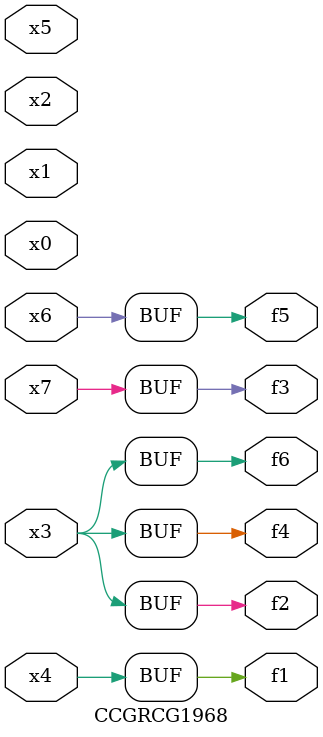
<source format=v>
module CCGRCG1968(
	input x0, x1, x2, x3, x4, x5, x6, x7,
	output f1, f2, f3, f4, f5, f6
);
	assign f1 = x4;
	assign f2 = x3;
	assign f3 = x7;
	assign f4 = x3;
	assign f5 = x6;
	assign f6 = x3;
endmodule

</source>
